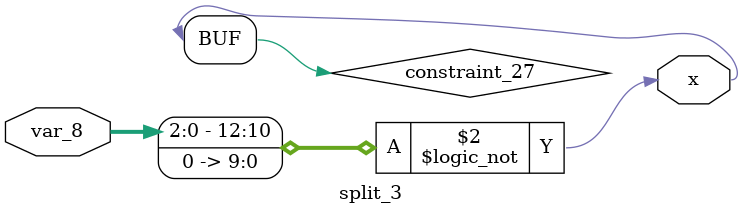
<source format=v>
module split_3(var_8, x);
    input [12:0] var_8;
    output wire x;

    wire constraint_27;

    assign constraint_27 = |((!((var_8 << 13'ha))));
    assign x = constraint_27;
endmodule

</source>
